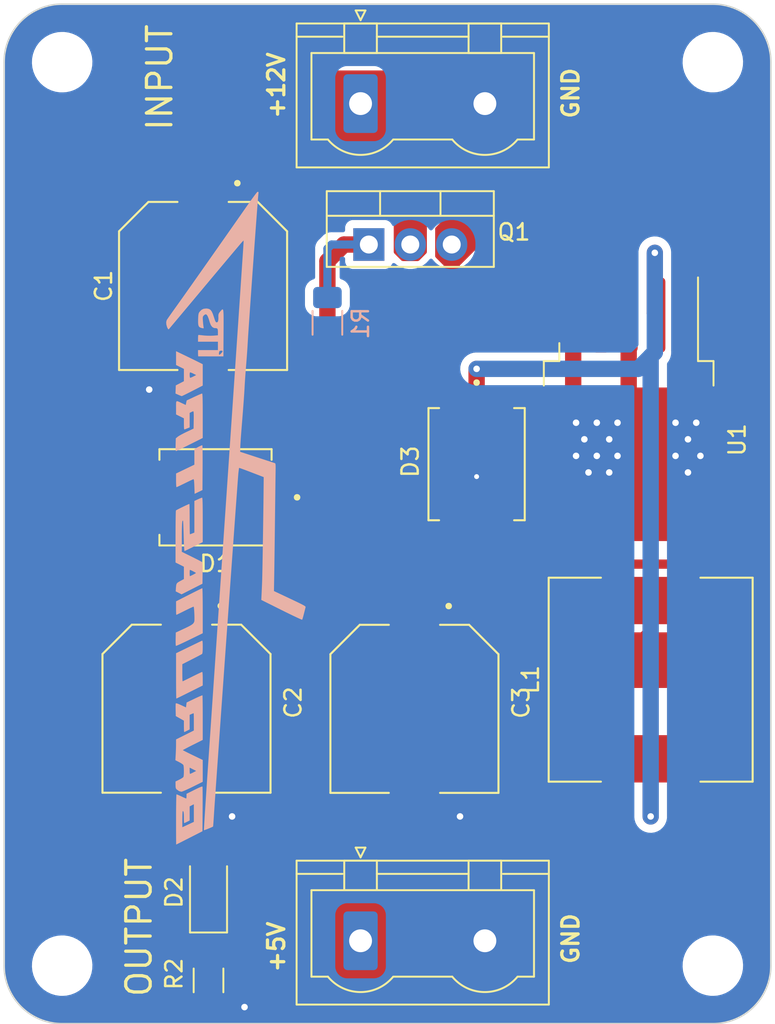
<source format=kicad_pcb>
(kicad_pcb (version 20221018) (generator pcbnew)
  (layers (0 "F.Cu" signal) (31 "B.Cu" signal) (34 "B.Paste" user) (35 "F.Paste" user) (36 "B.SilkS" user "B.Silkscreen") (37 "F.SilkS" user "F.Silkscreen") (38 "B.Mask" user) (39 "F.Mask" user) (44 "Edge.Cuts" user))
  (net 0 "")
  (net 1 "+12V")
  (net 2 "GND")
  (net 3 "+5V")
  (net 4 "Net-(Q1-G)")
  (net 5 "Net-(D2-K)")
  (net 6 "Net-(U1-OUT)")
  (net 7 "/S_+12V")
  (footprint "MountingHole:MountingHole_3.2mm_M3" (layer "F.Cu") (at 140.97 92.456)
    (fp_text reference "H2" hide)
    (fp_text value "MountingHole" hide)
    (pad "" np_thru_hole circle (at 0 0) (size 3.2 3.2) (drill 3.2) (layers "*.Cu" "*.Mask"))
  )
  (footprint "custom_components:DIO_SS34" (layer "F.Cu") (at 126.492 117.094 -90)
    (fp_text reference "D3" (at -0.156 4.064 90) (layer "F.SilkS"))
    (fp_text value "SS34" hide)
    (pad "A" smd rect (at 3.4 0 270) (size 2 3.6) (layers "F.Cu" "F.Paste" "F.Mask") (net 2 "GND"))
    (pad "C" smd rect (at -3.4 0 270) (size 2 3.6) (layers "F.Cu" "F.Paste" "F.Mask") (net 6 "Net-(U1-OUT)"))
  )
  (footprint "Package_TO_SOT_THT:TO-220-3_Vertical" (layer "F.Cu") (at 119.888 103.632)
    (fp_text reference "Q1" (at 8.89 -0.762) (layer "F.SilkS"))
    (fp_text value "IRF9540N" hide)
    (pad "1" thru_hole rect (at 0 0) (size 1.905 2) (drill 1.1) (layers "*.Cu" "*.Mask") (net 4 "Net-(Q1-G)"))
    (pad "2" thru_hole oval (at 2.54 0) (size 1.905 2) (drill 1.1) (layers "*.Cu" "*.Mask") (net 1 "+12V"))
    (pad "3" thru_hole oval (at 5.08 0) (size 1.905 2) (drill 1.1) (layers "*.Cu" "*.Mask") (net 7 "/S_+12V"))
  )
  (footprint "custom_components:CAP_63V100UF" (layer "F.Cu") (at 108.712 132.08 -90)
    (fp_text reference "C2" (at -0.375 -6.535 90) (layer "F.SilkS"))
    (fp_text value "100u" hide)
    (pad "1" smd custom (at -3.8 0 270) (size 2 2) (layers "F.Cu") (net 3 "+5V") (options (clearance outline) (anchor rect)) (primitives (gr_poly (pts (xy -0.65 2.35) (xy -0.65 1.25) (xy -2.55 1.25) (xy -2.55 -1.25) (xy -0.65 -1.25) (xy -0.65 -2.35) (xy 0.65 -2.35) (xy 0.65 -1.25) (xy 1.85 -1.25) (xy 1.85 1.25) (xy 0.65 1.25) (xy 0.65 2.35)) (width 0.01) (fill yes))))
    (pad "2" smd custom (at 3.8 0 90) (size 2 2) (layers "F.Cu") (net 2 "GND") (options (clearance outline) (anchor rect)) (primitives (gr_poly (pts (xy 0.65 2.35) (xy 0.65 1.25) (xy 2.55 1.25) (xy 2.55 -1.25) (xy 0.65 -1.25) (xy 0.65 -2.35) (xy -0.65 -2.35) (xy -0.65 -1.25) (xy -1.85 -1.25) (xy -1.85 1.25) (xy -0.65 1.25) (xy -0.65 2.35)) (width 0.01) (fill yes))))
  )
  (footprint "custom_components:CAP_63V100UF" (layer "F.Cu") (at 122.682 132.09 -90)
    (fp_text reference "C3" (at -0.375 -6.535 90) (layer "F.SilkS"))
    (fp_text value "100u" hide)
    (pad "1" smd custom (at -3.8 0 270) (size 2 2) (layers "F.Cu") (net 3 "+5V") (options (clearance outline) (anchor rect)) (primitives (gr_poly (pts (xy -0.65 2.35) (xy -0.65 1.25) (xy -2.55 1.25) (xy -2.55 -1.25) (xy -0.65 -1.25) (xy -0.65 -2.35) (xy 0.65 -2.35) (xy 0.65 -1.25) (xy 1.85 -1.25) (xy 1.85 1.25) (xy 0.65 1.25) (xy 0.65 2.35)) (width 0.01) (fill yes))))
    (pad "2" smd custom (at 3.8 0 90) (size 2 2) (layers "F.Cu") (net 2 "GND") (options (clearance outline) (anchor rect)) (primitives (gr_poly (pts (xy 0.65 2.35) (xy 0.65 1.25) (xy 2.55 1.25) (xy 2.55 -1.25) (xy 0.65 -1.25) (xy 0.65 -2.35) (xy -0.65 -2.35) (xy -0.65 -1.25) (xy -1.85 -1.25) (xy -1.85 1.25) (xy -0.65 1.25) (xy -0.65 2.35)) (width 0.01) (fill yes))))
  )
  (footprint "custom_components:CAP_63V100UF" (layer "F.Cu") (at 109.728 106.172 -90)
    (fp_text reference "C1" (at 0 6.096 90) (layer "F.SilkS"))
    (fp_text value "100u" hide)
    (pad "1" smd custom (at -3.8 0 270) (size 2 2) (layers "F.Cu") (net 1 "+12V") (options (clearance outline) (anchor rect)) (primitives (gr_poly (pts (xy -0.65 2.35) (xy -0.65 1.25) (xy -2.55 1.25) (xy -2.55 -1.25) (xy -0.65 -1.25) (xy -0.65 -2.35) (xy 0.65 -2.35) (xy 0.65 -1.25) (xy 1.85 -1.25) (xy 1.85 1.25) (xy 0.65 1.25) (xy 0.65 2.35)) (width 0.01) (fill yes))))
    (pad "2" smd custom (at 3.8 0 90) (size 2 2) (layers "F.Cu") (net 2 "GND") (options (clearance outline) (anchor rect)) (primitives (gr_poly (pts (xy 0.65 2.35) (xy 0.65 1.25) (xy 2.55 1.25) (xy 2.55 -1.25) (xy 0.65 -1.25) (xy 0.65 -2.35) (xy -0.65 -2.35) (xy -0.65 -1.25) (xy -1.85 -1.25) (xy -1.85 1.25) (xy -0.65 1.25) (xy -0.65 2.35)) (width 0.01) (fill yes))))
  )
  (footprint "MountingHole:MountingHole_3.2mm_M3" (layer "F.Cu") (at 101.092 147.828)
    (fp_text reference "H4" hide)
    (fp_text value "MountingHole" hide)
    (pad "" np_thru_hole circle (at 0 0) (size 3.2 3.2) (drill 3.2) (layers "*.Cu" "*.Mask"))
  )
  (footprint "Resistor_SMD:R_1206_3216Metric_Pad1.30x1.75mm_HandSolder" (layer "F.Cu") (at 110.062 148.7325 -90)
    (fp_text reference "R2" (at -0.3965 2.112 90) (layer "F.SilkS"))
    (fp_text value "1k5" hide)
    (pad "1" smd roundrect (at -1.55 0 270) (size 1.3 1.75) (layers "F.Cu" "F.Paste" "F.Mask") (roundrect_rratio 0.1923076923) (net 5 "Net-(D2-K)"))
    (pad "2" smd roundrect (at 1.55 0 270) (size 1.3 1.75) (layers "F.Cu" "F.Paste" "F.Mask") (roundrect_rratio 0.1923076923) (net 2 "GND"))
  )
  (footprint "LED_SMD:LED_1206_3216Metric_Pad1.42x1.75mm_HandSolder" (layer "F.Cu") (at 110.062 143.336 90)
    (fp_text reference "D2" (at 0 -2.112 90) (layer "F.SilkS"))
    (fp_text value "LED" hide)
    (pad "1" smd roundrect (at -1.4875 0 90) (size 1.425 1.75) (layers "F.Cu" "F.Paste" "F.Mask") (roundrect_rratio 0.1754392982) (net 5 "Net-(D2-K)"))
    (pad "2" smd roundrect (at 1.4875 0 90) (size 1.425 1.75) (layers "F.Cu" "F.Paste" "F.Mask") (roundrect_rratio 0.1754392982) (net 3 "+5V"))
  )
  (footprint "Connector_Phoenix_GMSTB:PhoenixContact_GMSTBVA_2,5_2-G-7,62_1x02_P7.62mm_Vertical" (layer "F.Cu") (at 119.38 94.996)
    (fp_text reference "J1" hide)
    (fp_text value "Conn_01x02_Socket" hide)
    (pad "1" thru_hole roundrect (at 0 0) (size 2.1 3.6) (drill 1.4) (layers "*.Cu" "*.Mask") (roundrect_rratio 0.1190480952) (net 1 "+12V"))
    (pad "2" thru_hole oval (at 7.62 0) (size 2.1 3.6) (drill 1.4) (layers "*.Cu" "*.Mask") (net 2 "GND"))
  )
  (footprint "Package_TO_SOT_SMD:TO-263-5_TabPin3" (layer "F.Cu") (at 135.812 115.6 -90)
    (fp_text reference "U1" (at 0 -6.65 90) (layer "F.SilkS"))
    (fp_text value "LM2596S-5" hide)
    (pad "1" smd roundrect (at -7.65 -3.4 270) (size 4.6 1.1) (layers "F.Cu" "F.Paste" "F.Mask") (roundrect_rratio 0.2272727273) (net 7 "/S_+12V"))
    (pad "2" smd roundrect (at -7.65 -1.7 270) (size 4.6 1.1) (layers "F.Cu" "F.Paste" "F.Mask") (roundrect_rratio 0.2272727273) (net 6 "Net-(U1-OUT)"))
    (pad "3" smd roundrect (at -7.65 0 270) (size 4.6 1.1) (layers "F.Cu" "F.Paste" "F.Mask") (roundrect_rratio 0.2272727273) (net 2 "GND"))
    (pad "3" smd roundrect (at -0.925 -2.775 270) (size 4.55 5.25) (layers "F.Cu" "F.Paste") (roundrect_rratio 0.05494505495) (net 2 "GND"))
    (pad "3" smd roundrect (at -0.925 2.775 270) (size 4.55 5.25) (layers "F.Cu" "F.Paste") (roundrect_rratio 0.05494505495) (net 2 "GND"))
    (pad "3" smd roundrect (at 1.5 0 270) (size 9.4 10.8) (layers "F.Cu" "F.Mask") (roundrect_rratio 0.02659595745) (net 2 "GND"))
    (pad "3" smd roundrect (at 3.925 -2.775 270) (size 4.55 5.25) (layers "F.Cu" "F.Paste") (roundrect_rratio 0.05494505495) (net 2 "GND"))
    (pad "3" smd roundrect (at 3.925 2.775 270) (size 4.55 5.25) (layers "F.Cu" "F.Paste") (roundrect_rratio 0.05494505495) (net 2 "GND"))
    (pad "4" smd roundrect (at -7.65 1.7 270) (size 4.6 1.1) (layers "F.Cu" "F.Paste" "F.Mask") (roundrect_rratio 0.2272727273) (net 3 "+5V"))
    (pad "5" smd roundrect (at -7.65 3.4 270) (size 4.6 1.1) (layers "F.Cu" "F.Paste" "F.Mask") (roundrect_rratio 0.2272727273) (net 2 "GND"))
  )
  (footprint "Connector_Phoenix_GMSTB:PhoenixContact_GMSTBVA_2,5_2-G-7,62_1x02_P7.62mm_Vertical" (layer "F.Cu") (at 119.38 146.304)
    (fp_text reference "J2" hide)
    (fp_text value "Conn_01x02_Socket" hide)
    (pad "1" thru_hole roundrect (at 0 0) (size 2.1 3.6) (drill 1.4) (layers "*.Cu" "*.Mask") (roundrect_rratio 0.1190480952) (net 3 "+5V"))
    (pad "2" thru_hole oval (at 7.62 0) (size 2.1 3.6) (drill 1.4) (layers "*.Cu" "*.Mask") (net 2 "GND"))
  )
  (footprint "MountingHole:MountingHole_3.2mm_M3" (layer "F.Cu") (at 140.97 147.828)
    (fp_text reference "H3" hide)
    (fp_text value "MountingHole" hide)
    (pad "" np_thru_hole circle (at 0 0) (size 3.2 3.2) (drill 3.2) (layers "*.Cu" "*.Mask"))
  )
  (footprint "custom_components:DIO_SS34" (layer "F.Cu") (at 110.49 119.126 180)
    (fp_text reference "D1" (at 0 -4.064) (layer "F.SilkS"))
    (fp_text value "SS34" hide)
    (pad "A" smd rect (at 3.4 0 180) (size 2 3.6) (layers "F.Cu" "F.Paste" "F.Mask") (net 4 "Net-(Q1-G)"))
    (pad "C" smd rect (at -3.4 0 180) (size 2 3.6) (layers "F.Cu" "F.Paste" "F.Mask") (net 7 "/S_+12V"))
  )
  (footprint "custom_components:SRR1260-330M" (layer "F.Cu") (at 137.16 130.302 90)
    (fp_text reference "L1" (at 0 -7.366 90) (layer "F.SilkS") (effects (font (size 1.00185 1.00185))))
    (fp_text value "68uH" hide)
    (pad "1" smd rect (at -4.85 0 90) (size 2.9 5.4) (layers "F.Cu" "F.Paste" "F.Mask") (net 6 "Net-(U1-OUT)"))
    (pad "2" smd rect (at 4.85 0 90) (size 2.9 5.4) (layers "F.Cu" "F.Paste" "F.Mask") (net 3 "+5V"))
  )
  (footprint "MountingHole:MountingHole_3.2mm_M3" (layer "F.Cu") (at 101.092 92.456)
    (fp_text reference "H1" hide)
    (fp_text value "MountingHole" hide)
    (pad "" np_thru_hole circle (at 0 0) (size 3.2 3.2) (drill 3.2) (layers "*.Cu" "*.Mask"))
  )
  (footprint "Resistor_SMD:R_1206_3216Metric_Pad1.30x1.75mm_HandSolder" (layer "B.Cu") (at 117.348 108.432 -90)
    (fp_text reference "R1" (at 0.026 -2.032 90) (layer "B.SilkS") (effects (justify mirror)))
    (fp_text value "100K" hide)
    (pad "1" smd roundrect (at -1.55 0 270) (size 1.3 1.75) (layers "B.Cu" "B.Paste" "B.Mask") (roundrect_rratio 0.1923076923) (net 4 "Net-(Q1-G)"))
    (pad "2" smd roundrect (at 1.55 0 270) (size 1.3 1.75) (layers "B.Cu" "B.Paste" "B.Mask") (roundrect_rratio 0.1923076923) (net 2 "GND"))
  )
  (footprint "LOGO" (layer "B.Cu") (at 111.76 120.396 90)
    (fp_text reference "G***" hide)
    (fp_text value "LOGO" hide)
  )
  (gr_arc (start 97.536 92.456) (mid 98.577528 89.941528) (end 101.092 88.9) (stroke (width 0.1)) (layer "Edge.Cuts"))
  (gr_line (start 101.092 151.384) (end 140.97 151.384) (stroke (width 0.1)) (layer "Edge.Cuts"))
  (gr_line (start 97.536 92.456) (end 97.536 147.828) (stroke (width 0.1)) (layer "Edge.Cuts"))
  (gr_arc (start 101.092 151.384) (mid 98.577528 150.342472) (end 97.536 147.828) (stroke (width 0.1)) (layer "Edge.Cuts"))
  (gr_line (start 144.526 147.828) (end 144.526 92.456) (stroke (width 0.1)) (layer "Edge.Cuts"))
  (gr_line (start 140.97 88.9) (end 101.092 88.9) (stroke (width 0.1)) (layer "Edge.Cuts"))
  (gr_arc (start 140.97 88.9) (mid 143.484472 89.941528) (end 144.526 92.456) (stroke (width 0.1)) (layer "Edge.Cuts"))
  (gr_arc (start 144.526 147.828) (mid 143.484472 150.342472) (end 140.97 151.384) (stroke (width 0.1)) (layer "Edge.Cuts"))
  (gr_text "GND" (at 132.842 147.828 90) (layer "F.SilkS") (effects (font (size 1 1) (thickness 0.2) bold) (justify left bottom)))
  (gr_text "OUTPUT" (at 106.68 149.86 90) (layer "F.SilkS") (effects (font (size 1.5 1.5) (thickness 0.2) bold) (justify left bottom)))
  (gr_text "GND" (at 132.842 96.012 90) (layer "F.SilkS") (effects (font (size 1 1) (thickness 0.2) bold) (justify left bottom)))
  (gr_text "+5V" (at 114.808 148.336 90) (layer "F.SilkS") (effects (font (size 1 1) (thickness 0.2) bold) (justify left bottom)))
  (gr_text "+12V\n" (at 114.808 96.012 90) (layer "F.SilkS") (effects (font (size 1 1) (thickness 0.2) bold) (justify left bottom)))
  (gr_text "INPUT" (at 107.95 96.774 90) (layer "F.SilkS") (effects (font (size 1.5 1.5) (thickness 0.2) bold) (justify left bottom)))
  (segment (start 112.1825 150.2825) (end 112.268 150.368) (width 0.3) (layer "F.Cu") (net 2))
  (segment (start 126.492 120.494) (end 126.492 117.856) (width 1) (layer "F.Cu") (net 2))
  (segment (start 135.812 113.87) (end 135.128 114.554) (width 1) (layer "F.Cu") (net 2))
  (segment (start 108.712 135.89) (end 111.506 138.684) (width 1) (layer "F.Cu") (net 2))
  (segment (start 110.062 150.2825) (end 112.1825 150.2825) (width 0.3) (layer "F.Cu") (net 2))
  (segment (start 132.588 114.554) (end 132.916 114.554) (width 1) (layer "F.Cu") (net 2))
  (segment (start 108.712 135.88) (end 108.712 135.89) (width 1) (layer "F.Cu") (net 2))
  (segment (start 135.128 114.554) (end 135.812 115.238) (width 1) (layer "F.Cu") (net 2))
  (segment (start 135.128 116.586) (end 135.812 117.1) (width 1) (layer "F.Cu") (net 2))
  (segment (start 109.728 109.972) (end 108.976 109.972) (width 1) (layer "F.Cu") (net 2))
  (segment (start 135.812 107.95) (end 135.812 113.87) (width 1) (layer "F.Cu") (net 2))
  (segment (start 122.672 135.88) (end 122.682 135.89) (width 1) (layer "F.Cu") (net 2))
  (segment (start 122.682 135.89) (end 125.476 138.684) (width 1) (layer "F.Cu") (net 2))
  (segment (start 132.412 107.95) (end 132.412 114.05) (width 1) (layer "F.Cu") (net 2))
  (segment (start 132.916 114.554) (end 133.858 114.554) (width 1) (layer "F.Cu") (net 2))
  (segment (start 133.858 114.554) (end 133.096 115.57) (width 1) (layer "F.Cu") (net 2))
  (segment (start 135.812 115.238) (end 135.128 116.586) (width 1) (layer "F.Cu") (net 2))
  (segment (start 132.412 114.05) (end 132.588 114.226) (width 1) (layer "F.Cu") (net 2))
  (segment (start 132.588 114.226) (end 132.588 114.554) (width 1) (layer "F.Cu") (net 2))
  (segment (start 133.096 115.57) (end 133.037 114.675) (width 1) (layer "F.Cu") (net 2))
  (segment (start 108.976 109.972) (end 106.426 112.522) (width 1) (layer "F.Cu") (net 2))
  (via (at 111.506 138.684) (size 0.8) (drill 0.4) (layers "F.Cu" "B.Cu") (net 2))
  (via (at 139.446 115.57) (size 0.8) (drill 0.4) (layers "F.Cu" "B.Cu") (net 2))
  (via (at 106.426 112.522) (size 0.8) (drill 0.4) (layers "F.Cu" "B.Cu") (net 2))
  (via (at 126.492 117.856) (size 0.7) (drill 0.3) (layers "F.Cu" "B.Cu") (net 2))
  (via (at 139.446 117.602) (size 0.8) (drill 0.4) (layers "F.Cu" "B.Cu") (net 2))
  (via (at 125.476 138.684) (size 0.8) (drill 0.4) (layers "F.Cu" "B.Cu") (net 2))
  (via (at 112.268 150.368) (size 0.8) (drill 0.4) (layers "F.Cu" "B.Cu") (net 2))
  (via (at 138.684 116.586) (size 0.8) (drill 0.4) (layers "F.Cu" "B.Cu") (net 2))
  (via (at 138.684 114.554) (size 0.8) (drill 0.4) (layers "F.Cu" "B.Cu") (net 2))
  (via (at 134.62 115.57) (size 0.8) (drill 0.4) (layers "F.Cu" "B.Cu") (net 2))
  (via (at 140.208 116.586) (size 0.8) (drill 0.4) (layers "F.Cu" "B.Cu") (net 2))
  (via (at 135.128 114.554) (size 0.8) (drill 0.4) (layers "F.Cu" "B.Cu") (net 2))
  (via (at 133.858 116.586) (size 0.8) (drill 0.4) (layers "F.Cu" "B.Cu") (net 2))
  (via (at 132.588 116.586) (size 0.8) (drill 0.4) (layers "F.Cu" "B.Cu") (net 2))
  (via (at 133.096 115.57) (size 0.8) (drill 0.4) (layers "F.Cu" "B.Cu") (net 2))
  (via (at 135.128 116.586) (size 0.8) (drill 0.4) (layers "F.Cu" "B.Cu") (net 2))
  (via (at 133.35 117.602) (size 0.8) (drill 0.4) (layers "F.Cu" "B.Cu") (net 2))
  (via (at 132.588 114.554) (size 0.8) (drill 0.4) (layers "F.Cu" "B.Cu") (net 2))
  (via (at 139.954 114.554) (size 0.8) (drill 0.4) (layers "F.Cu" "B.Cu") (net 2))
  (via (at 133.858 114.554) (size 0.8) (drill 0.4) (layers "F.Cu" "B.Cu") (net 2))
  (via (at 134.62 117.602) (size 0.8) (drill 0.4) (layers "F.Cu" "B.Cu") (net 2))
  (segment (start 134.112 104.394) (end 133.858 104.14) (width 1) (layer "F.Cu") (net 3))
  (segment (start 122.682 128.29) (end 136.378 128.29) (width 1) (layer "F.Cu") (net 3))
  (segment (start 108.712 128.28) (end 122.672 128.28) (width 1) (layer "F.Cu") (net 3))
  (segment (start 136.378 128.29) (end 137.16 127.508) (width 1) (layer "F.Cu") (net 3))
  (segment (start 134.112 107.95) (end 134.112 104.394) (width 1) (layer "F.Cu") (net 3))
  (segment (start 122.672 128.28) (end 122.682 128.29) (width 1) (layer "F.Cu") (net 3))
  (segment (start 119.126 142.24) (end 119.126 146.05) (width 0.5) (layer "F.Cu") (net 3))
  (segment (start 110.1785 141.732) (end 118.618 141.732) (width 0.5) (layer "F.Cu") (net 3))
  (segment (start 110.062 141.8485) (end 110.1785 141.732) (width 0.5) (layer "F.Cu") (net 3))
  (segment (start 118.618 141.732) (end 119.126 142.24) (width 0.5) (layer "F.Cu") (net 3))
  (segment (start 119.126 146.05) (end 119.38 146.304) (width 0.5) (layer "F.Cu") (net 3))
  (segment (start 137.16 127.508) (end 137.16 125.452) (width 1) (layer "F.Cu") (net 3))
  (segment (start 116.332 114.554) (end 117.348 113.538) (width 1) (layer "F.Cu") (net 4))
  (segment (start 107.09 115.414) (end 107.95 114.554) (width 1) (layer "F.Cu") (net 4))
  (segment (start 117.348 113.538) (end 117.348 104.648) (width 1) (layer "F.Cu") (net 4))
  (segment (start 107.09 119.126) (end 107.09 115.414) (width 1) (layer "F.Cu") (net 4))
  (segment (start 107.95 114.554) (end 116.332 114.554) (width 1) (layer "F.Cu") (net 4))
  (segment (start 117.348 104.648) (end 118.364 103.632) (width 1) (layer "F.Cu") (net 4))
  (segment (start 118.364 103.632) (end 119.888 103.632) (width 1) (layer "F.Cu") (net 4))
  (segment (start 117.348 103.886) (end 117.602 103.632) (width 0.5) (layer "B.Cu") (net 4))
  (segment (start 117.602 103.632) (end 119.888 103.632) (width 0.5) (layer "B.Cu") (net 4))
  (segment (start 117.348 106.882) (end 117.348 103.886) (width 0.5) (layer "B.Cu") (net 4))
  (segment (start 110.062 144.8235) (end 110.062 147.1825) (width 0.5) (layer "F.Cu") (net 5))
  (segment (start 137.414 107.852) (end 137.512 107.95) (width 1) (layer "F.Cu") (net 6))
  (segment (start 126.492 113.694) (end 126.492 111.252) (width 1) (layer "F.Cu") (net 6))
  (segment (start 137.414 104.14) (end 137.414 107.852) (width 1) (layer "F.Cu") (net 6))
  (segment (start 137.16 135.152) (end 137.16 138.684) (width 1) (layer "F.Cu") (net 6))
  (via (at 137.414 104.14) (size 0.8) (drill 0.4) (layers "F.Cu" "B.Cu") (net 6))
  (via (at 137.16 138.684) (size 0.8) (drill 0.4) (layers "F.Cu" "B.Cu") (net 6))
  (via (at 126.492 111.252) (size 0.8) (drill 0.4) (layers "F.Cu" "B.Cu") (net 6))
  (segment (start 136.398 111.252) (end 137.414 110.236) (width 1) (layer "B.Cu") (net 6))
  (segment (start 137.16 110.49) (end 137.414 110.236) (width 1) (layer "B.Cu") (net 6))
  (segment (start 137.414 110.236) (end 137.414 104.14) (width 1) (layer "B.Cu") (net 6))
  (segment (start 126.492 111.252) (end 136.398 111.252) (width 1) (layer "B.Cu") (net 6))
  (segment (start 137.16 138.684) (end 137.16 110.49) (width 1) (layer "B.Cu") (net 6))
  (segment (start 119.634 114.046) (end 119.634 107.696) (width 1) (layer "F.Cu") (net 7))
  (segment (start 124.714 106.426) (end 124.968 106.172) (width 1) (layer "F.Cu") (net 7))
  (segment (start 114.554 119.126) (end 119.634 114.046) (width 1) (layer "F.Cu") (net 7))
  (segment (start 113.89 119.126) (end 114.554 119.126) (width 1) (layer "F.Cu") (net 7))
  (segment (start 124.968 106.172) (end 124.968 103.632) (width 1) (layer "F.Cu") (net 7))
  (segment (start 120.904 106.426) (end 124.714 106.426) (width 1) (layer "F.Cu") (net 7))
  (segment (start 119.634 107.696) (end 120.904 106.426) (width 1) (layer "F.Cu") (net 7))
  (zone (net 7) (net_name "/S_+12V") (layer "F.Cu") (priority 1) (connect_pads yes (clearance 0.3)) (min_thickness 0.25) (fill yes (thermal_gap 0.5) (thermal_bridge_width 0.5))
    (polygon (pts (xy 125.984 100.584) (xy 139.192 100.584) (xy 139.954 101.346) (xy 139.954 110.49) (xy 139.7 110.744) (xy 138.684 110.744) (xy 138.43 110.49) (xy 138.43 103.124) (xy 138.176 102.87) (xy 127.508 102.87) (xy 125.476 104.902) (xy 124.46 104.902) (xy 123.952 104.394) (xy 123.952 102.616)))
  )
  (zone (net 3) (net_name "+5V") (layer "F.Cu") (priority 1) (connect_pads (clearance 0.3)) (min_thickness 0.25) (fill yes (thermal_gap 0.5) (thermal_bridge_width 0.5))
    (polygon (pts (xy 134.62 110.49) (xy 134.874 110.236) (xy 134.874 104.14) (xy 134.112 103.378) (xy 128.778 103.378) (xy 124.714 107.442) (xy 122.428 107.442) (xy 121.158 108.712) (xy 121.158 114.3) (xy 116.332 119.126) (xy 116.332 122.936) (xy 116.078 123.19) (xy 105.664 123.19) (xy 104.14 124.714) (xy 104.14 130.302) (xy 104.648 130.81) (xy 138.176 130.81) (xy 140.208 128.778) (xy 140.208 123.698) (xy 139.446 122.936) (xy 123.698 122.936) (xy 122.936 122.174) (xy 122.936 112.522) (xy 130.556 104.902) (xy 133.096 104.902) (xy 133.35 105.156) (xy 133.35 110.236) (xy 133.604 110.49)))
  )
  (zone (net 3) (net_name "+5V") (layer "F.Cu") (priority 2) (connect_pads yes (clearance 0.3)) (min_thickness 0.25) (fill yes (thermal_gap 0.5) (thermal_bridge_width 0.5))
    (polygon (pts (xy 105.918 125.222) (xy 105.918 130.302) (xy 106.68 131.064) (xy 112.014 131.064) (xy 113.284 132.334) (xy 113.284 148.082) (xy 114.046 148.844) (xy 120.904 148.844) (xy 121.92 147.828) (xy 121.92 141.732) (xy 119.634 139.446) (xy 119.634 131.826) (xy 120.396 131.064) (xy 124.206 131.064) (xy 124.46 131.318) (xy 124.968 131.318) (xy 125.984 130.302) (xy 125.984 125.984) (xy 124.968 124.968) (xy 106.172 124.968)))
  )
  (zone (net 1) (net_name "+12V") (layer "F.Cu") (connect_pads yes (clearance 0.3)) (min_thickness 0.25) (fill yes (thermal_gap 0.5) (thermal_bridge_width 0.5))
    (polygon (pts (xy 113.284 92.964) (xy 107.188 99.06) (xy 107.188 103.378) (xy 108.458 104.648) (xy 111.76 104.648) (xy 114.554 101.854) (xy 121.158 101.854) (xy 121.412 102.108) (xy 121.412 104.14) (xy 121.92 104.648) (xy 122.936 104.648) (xy 123.444 104.14) (xy 123.444 93.726) (xy 122.682 92.964)))
  )
  (zone (net 2) (net_name "GND") (layer "B.Cu") (priority 3) (connect_pads yes (clearance 0.5)) (min_thickness 0.25) (fill yes (thermal_gap 0.5) (thermal_bridge_width 0.5))
    (polygon (pts (xy 144.78 151.384) (xy 144.78 88.646) (xy 97.282 88.646) (xy 97.282 151.384)))
  )
)
</source>
